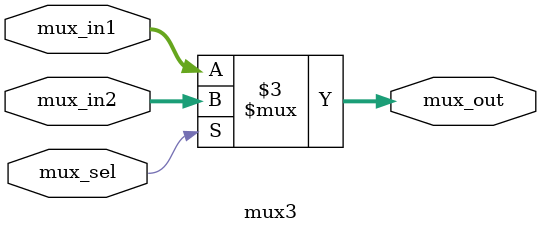
<source format=v>
module mux3 (mux_sel,mux_in1,mux_in2,mux_out);

	input [2:0] mux_in1;
	input [2:0] mux_in2;
	input mux_sel;
	output [2:0] mux_out;
	reg [2:0] mux_out;

	always @(mux_sel or mux_in1 or mux_in2) begin : proc_
		if(mux_sel) begin
			 mux_out= mux_in2;
		end else begin
			 mux_out= mux_in1;
		end
	end

endmodule
</source>
